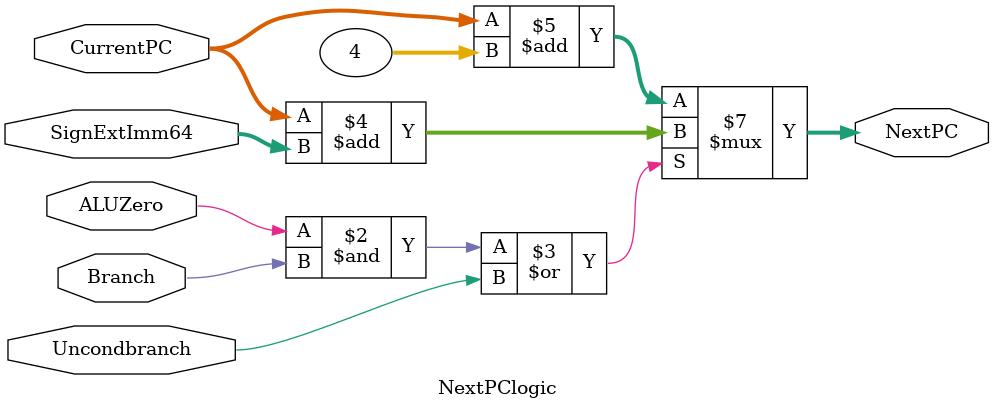
<source format=v>
module NextPClogic(NextPC, CurrentPC, SignExtImm64, Branch, ALUZero, Uncondbranch); 
       input [63:0] CurrentPC;
       input [63:0] SignExtImm64; 
       input Branch, ALUZero, Uncondbranch; 
       output reg [63:0] NextPC; 
       /* write your code here */
       //addition has delay of 2
       //mux / if statements have delay of 1
       always @(*)begin
       /* using the textbook cpu design always just +4 to PC
       unless the following statement is true, if so then just
       add sign extended shifted left 2
       (ALUZero & Branch) | Uncondbranch */
       //SignExtImm64 = #1 SignExtImm64<<2; DOES NOT DO THIS AT ALL CHECK IF THIS IS NEEDED IN NEXT LAB
      #1 if((ALUZero & Branch) | (Uncondbranch))begin
            NextPC = #2 CurrentPC + SignExtImm64;
       end
       else begin
            NextPC = #1 CurrentPC +4;
       end
       
       end
        
endmodule
</source>
